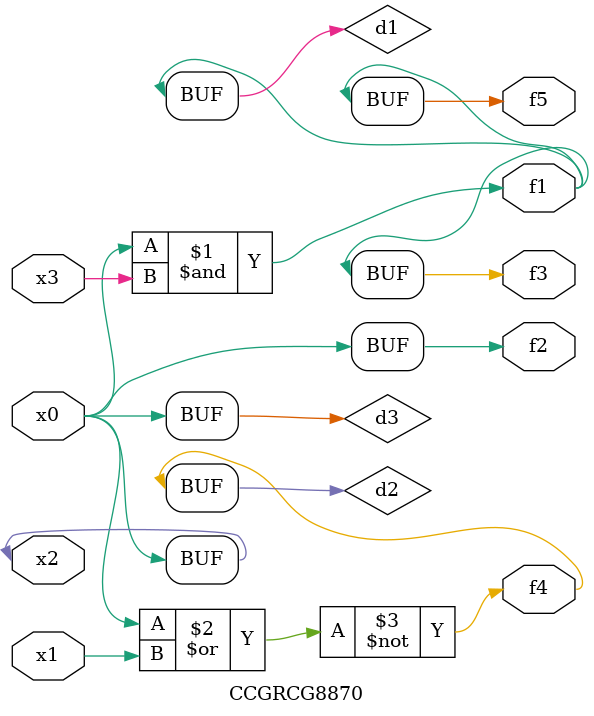
<source format=v>
module CCGRCG8870(
	input x0, x1, x2, x3,
	output f1, f2, f3, f4, f5
);

	wire d1, d2, d3;

	and (d1, x2, x3);
	nor (d2, x0, x1);
	buf (d3, x0, x2);
	assign f1 = d1;
	assign f2 = d3;
	assign f3 = d1;
	assign f4 = d2;
	assign f5 = d1;
endmodule

</source>
